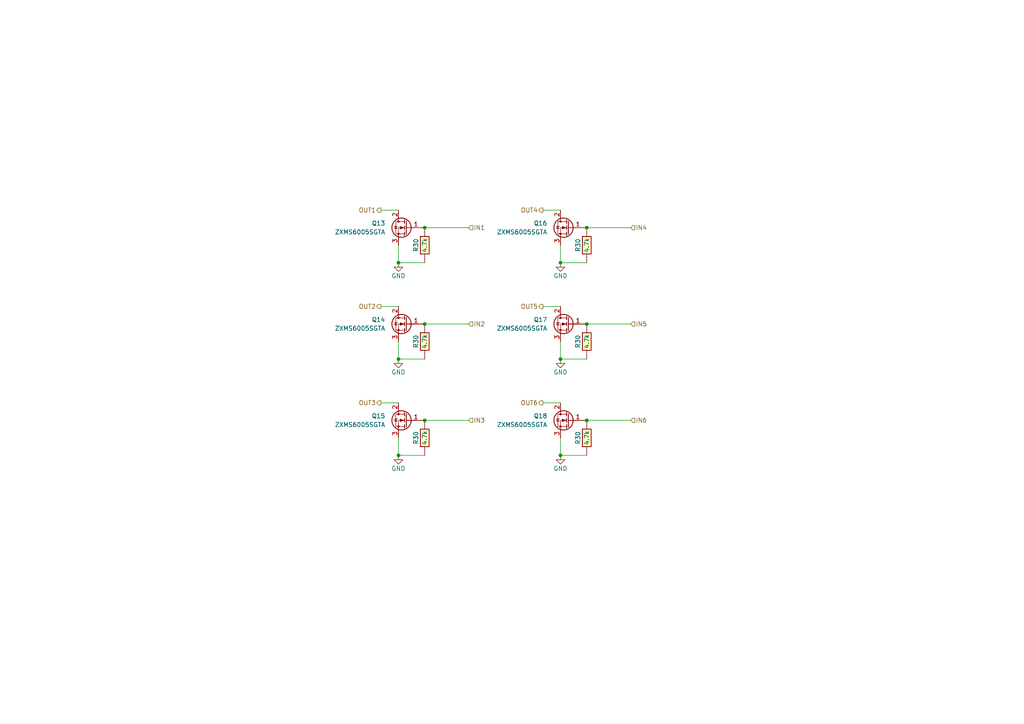
<source format=kicad_sch>
(kicad_sch (version 20230121) (generator eeschema)
  (paper "A4")
  (title_block (title "UAEFI Injector") (date "2023-11-01") (rev "B") (company "rusefi.com"))
  (lib_symbols
    (symbol "Transistor_FET:BSP129" (pin_names hide)
      (property "Reference" "Q" (at 5.08 1.905 0))
      (property "Value" "BSP129" (at 5.08 0 0))
      (symbol "BSP129_0_1"
        (polyline (pts (xy 0.254 0) (xy -2.54 0)))
        (polyline (pts (xy 0.254 1.905) (xy 0.254 -1.905)) (stroke (width 0.254)))
        (polyline (pts (xy 0.762 -1.27) (xy 0.762 -2.286)) (stroke (width 0.254)))
        (polyline (pts (xy 0.762 0.508) (xy 0.762 -0.508)) (stroke (width 0.254)))
        (polyline (pts (xy 0.762 2.286) (xy 0.762 1.27)) (stroke (width 0.254)))
        (polyline (pts (xy 2.54 2.54) (xy 2.54 1.778)))
        (polyline (pts (xy 2.54 -2.54) (xy 2.54 0) (xy 0.762 0)))
        (polyline (pts (xy 0.762 -1.778) (xy 3.302 -1.778) (xy 3.302 1.778) (xy 0.762 1.778)))
        (polyline (pts (xy 1.016 0) (xy 2.032 0.381) (xy 2.032 -0.381) (xy 1.016 0)) (fill (type outline)))
        (polyline (pts (xy 2.794 0.508) (xy 2.921 0.381) (xy 3.683 0.381) (xy 3.81 0.254)))
        (polyline (pts (xy 3.302 0.381) (xy 2.921 -0.254) (xy 3.683 -0.254) (xy 3.302 0.381)))
        (circle (center 1.651 0) (radius 2.794) (stroke (width 0.254)))
        (circle (center 2.54 -1.778) (radius 0.254) (fill (type outline)))
        (circle (center 2.54 1.778) (radius 0.254) (fill (type outline)))
      )
      (symbol "BSP129_1_1"
        (pin input line (at -5.08 0 0) (length 5.08) (name "G") (number "1"))
        (pin passive line (at 2.54 5.08 270) (length 2.54) (name "D") (number "2"))
        (pin passive line (at 2.54 -5.08 90) (length 2.54) (name "S") (number "3"))
      )
    )
    (symbol "hellen-one-common:Res" (pin_numbers hide)
      (property "Reference" "R" (at 3.81 2.54 0))
      (property "Value" "Res" (at 5.08 -2.54 0))
      (symbol "Res_1_0"
        (rectangle (start 2.54 -1.27) (end 7.62 1.27) (stroke (width 0.254)) (fill (type background)))
        (pin passive line (at 0 0 0) (length 2.54) (name "") (number "1"))
        (pin passive line (at 10.16 0 180) (length 2.54) (name "") (number "2"))
      )
    )
    (symbol "power:GND" (power) (pin_names (offset 0))
      (property "Value" "GND" (at 0 -3.81 0))
      (symbol "GND_0_1"
        (polyline (pts (xy 0 0) (xy 0 -1.27) (xy 1.27 -1.27) (xy 0 -2.54) (xy -1.27 -1.27) (xy 0 -1.27)))
      )
      (symbol "GND_1_1"
        (pin power_in line (at 0 0 270) (length 0) hide (name "GND") (number "1"))
      )
    )
  )
  (junction (at 123.19 121.92))
  (junction (at 115.57 76.2))
  (junction (at 162.56 76.2))
  (junction (at 123.19 93.98))
  (junction (at 115.57 132.08))
  (junction (at 123.19 66.04))
  (junction (at 170.18 66.04))
  (junction (at 115.57 104.14))
  (junction (at 170.18 121.92))
  (junction (at 162.56 132.08))
  (junction (at 162.56 104.14))
  (junction (at 170.18 93.98))
  (wire (pts (xy 115.57 132.08) (xy 123.19 132.08)))
  (wire (pts (xy 115.57 104.14) (xy 123.19 104.14)))
  (wire (pts (xy 110.49 116.84) (xy 115.57 116.84)))
  (wire (pts (xy 115.57 76.2) (xy 123.19 76.2)))
  (wire (pts (xy 123.19 66.04) (xy 135.89 66.04)))
  (wire (pts (xy 162.56 71.12) (xy 162.56 76.2)))
  (wire (pts (xy 115.57 71.12) (xy 115.57 76.2)))
  (wire (pts (xy 162.56 127) (xy 162.56 132.08)))
  (wire (pts (xy 115.57 99.06) (xy 115.57 104.14)))
  (wire (pts (xy 162.56 99.06) (xy 162.56 104.14)))
  (wire (pts (xy 123.19 93.98) (xy 135.89 93.98)))
  (wire (pts (xy 110.49 60.96) (xy 115.57 60.96)))
  (wire (pts (xy 162.56 132.08) (xy 170.18 132.08)))
  (wire (pts (xy 115.57 127) (xy 115.57 132.08)))
  (wire (pts (xy 170.18 66.04) (xy 182.88 66.04)))
  (wire (pts (xy 170.18 93.98) (xy 182.88 93.98)))
  (wire (pts (xy 123.19 121.92) (xy 135.89 121.92)))
  (wire (pts (xy 162.56 104.14) (xy 170.18 104.14)))
  (wire (pts (xy 162.56 76.2) (xy 170.18 76.2)))
  (wire (pts (xy 157.48 116.84) (xy 162.56 116.84)))
  (wire (pts (xy 157.48 60.96) (xy 162.56 60.96)))
  (wire (pts (xy 110.49 88.9) (xy 115.57 88.9)))
  (wire (pts (xy 170.18 121.92) (xy 182.88 121.92)))
  (wire (pts (xy 157.48 88.9) (xy 162.56 88.9)))
  (hierarchical_label "IN3" (shape input) (at 135.89 121.92 0))
  (hierarchical_label "OUT3" (shape output) (at 110.49 116.84 180))
  (hierarchical_label "OUT1" (shape output) (at 110.49 60.96 180))
  (hierarchical_label "IN1" (shape input) (at 135.89 66.04 0))
  (hierarchical_label "IN4" (shape input) (at 182.88 66.04 0))
  (hierarchical_label "OUT6" (shape output) (at 157.48 116.84 180))
  (hierarchical_label "IN6" (shape input) (at 182.88 121.92 0))
  (hierarchical_label "IN2" (shape input) (at 135.89 93.98 0))
  (hierarchical_label "OUT2" (shape output) (at 110.49 88.9 180))
  (hierarchical_label "OUT4" (shape output) (at 157.48 60.96 180))
  (hierarchical_label "IN5" (shape input) (at 182.88 93.98 0))
  (hierarchical_label "OUT5" (shape output) (at 157.48 88.9 180))
  (symbol (lib_id "Transistor_FET:BSP129") (at 118.11 66.04 0) (mirror y) (unit 1)
    (property "Reference" "Q13" (at 111.76 64.77 0) (effects (justify left)))
    (property "Value" "ZXMS6005SGTA" (at 111.76 67.31 0) (effects (justify left)))
    (property "Footprint" "Package_TO_SOT_SMD:SOT-223" (effects hide))
    (property "Datasheet" "https://www.diodes.com/assets/Datasheets/ds32249.pdf" (effects hide))
    (property "LCSC" "C174042" (effects hide))
    (instances (project "uaefi" (path "" (reference "Q13") (unit 1)) (path "" (reference "Q12") (unit 1))))
  )
  (symbol (lib_id "Transistor_FET:BSP129") (at 165.1 66.04 0) (mirror y) (unit 1)
    (property "Reference" "Q16" (at 158.75 64.77 0) (effects (justify left)))
    (property "Value" "ZXMS6005SGTA" (at 158.75 67.31 0) (effects (justify left)))
    (property "Footprint" "Package_TO_SOT_SMD:SOT-223" (effects hide))
    (property "Datasheet" "https://www.diodes.com/assets/Datasheets/ds32249.pdf" (effects hide))
    (property "LCSC" "C174042" (effects hide))
  )
  (symbol (lib_id "power:GND") (at 115.57 104.14 0) (unit 1)
    (property "Reference" "#PWR?" (effects hide))
    (property "Value" "GND" (at 115.57 107.95 0))
    (instances (project "hellen-hyundai-pb-154" (path "" (reference "#PWR?") (unit 1)) (path "" (reference "#PWR?") (unit 1))) (project "DUMB_COILS4" (path "" (reference "#PWR?") (unit 1))) (project "uaefi" (path "" (reference "#PWR018") (unit 1)) (path "" (reference "#PWR02") (unit 1)) (path "" (reference "#PWR0112") (unit 1)) (path "" (reference "#PWR018") (unit 1))) (project "ign_quad" (path "" (reference "#PWR?") (unit 1))))
  )
  (symbol (lib_id "power:GND") (at 162.56 76.2 0) (unit 1)
    (property "Reference" "#PWR?" (effects hide))
    (property "Value" "GND" (at 162.56 80.01 0))
    (instances (project "hellen-hyundai-pb-154" (path "" (reference "#PWR?") (unit 1)) (path "" (reference "#PWR?") (unit 1))) (project "DUMB_COILS4" (path "" (reference "#PWR?") (unit 1))) (project "uaefi" (path "" (reference "#PWR018") (unit 1)) (path "" (reference "#PWR02") (unit 1)) (path "" (reference "#PWR0114") (unit 1)) (path "" (reference "#PWR020") (unit 1))) (project "ign_quad" (path "" (reference "#PWR?") (unit 1))))
  )
  (symbol (lib_id "Transistor_FET:BSP129") (at 118.11 121.92 0) (mirror y) (unit 1)
    (property "Reference" "Q15" (at 111.76 120.65 0) (effects (justify left)))
    (property "Value" "ZXMS6005SGTA" (at 111.76 123.19 0) (effects (justify left)))
    (property "Footprint" "Package_TO_SOT_SMD:SOT-223" (effects hide))
    (property "Datasheet" "https://www.diodes.com/assets/Datasheets/ds32249.pdf" (effects hide))
    (property "LCSC" "C174042" (effects hide))
  )
  (symbol (lib_id "hellen-one-common:Res") (at 123.19 132.08 90) (unit 1)
    (property "Reference" "R30" (at 120.65 127 0))
    (property "Value" "4.7k" (at 123.19 127 0))
    (property "Footprint" "hellen-one-common:R0603" (effects hide))
    (property "LCSC" "C23162" (effects hide))
    (instances (project "alphax_8ch" (path "" (reference "R30") (unit 1)) (path "" (reference "R67") (unit 1))) (project "uaefi" (path "" (reference "R53") (unit 1)) (path "" (reference "R31") (unit 1)) (path "" (reference "R38") (unit 1))))
  )
  (symbol (lib_id "power:GND") (at 115.57 76.2 0) (unit 1)
    (property "Reference" "#PWR?" (effects hide))
    (property "Value" "GND" (at 115.57 80.01 0))
    (instances (project "hellen-hyundai-pb-154" (path "" (reference "#PWR?") (unit 1)) (path "" (reference "#PWR?") (unit 1))) (project "DUMB_COILS4" (path "" (reference "#PWR?") (unit 1))) (project "uaefi" (path "" (reference "#PWR018") (unit 1)) (path "" (reference "#PWR02") (unit 1)) (path "" (reference "#PWR0111") (unit 1)) (path "" (reference "#PWR017") (unit 1))) (project "ign_quad" (path "" (reference "#PWR?") (unit 1))))
  )
  (symbol (lib_id "Transistor_FET:BSP129") (at 118.11 93.98 0) (mirror y) (unit 1)
    (property "Reference" "Q14" (at 111.76 92.71 0) (effects (justify left)))
    (property "Value" "ZXMS6005SGTA" (at 111.76 95.25 0) (effects (justify left)))
    (property "Footprint" "Package_TO_SOT_SMD:SOT-223" (effects hide))
    (property "Datasheet" "https://www.diodes.com/assets/Datasheets/ds32249.pdf" (effects hide))
    (property "LCSC" "C174042" (effects hide))
  )
  (symbol (lib_id "power:GND") (at 162.56 104.14 0) (unit 1)
    (property "Reference" "#PWR?" (effects hide))
    (property "Value" "GND" (at 162.56 107.95 0))
    (instances (project "hellen-hyundai-pb-154" (path "" (reference "#PWR?") (unit 1)) (path "" (reference "#PWR?") (unit 1))) (project "DUMB_COILS4" (path "" (reference "#PWR?") (unit 1))) (project "uaefi" (path "" (reference "#PWR018") (unit 1)) (path "" (reference "#PWR02") (unit 1)) (path "" (reference "#PWR0115") (unit 1)) (path "" (reference "#PWR021") (unit 1))) (project "ign_quad" (path "" (reference "#PWR?") (unit 1))))
  )
  (symbol (lib_id "power:GND") (at 115.57 132.08 0) (unit 1)
    (property "Reference" "#PWR?" (effects hide))
    (property "Value" "GND" (at 115.57 135.89 0))
    (instances (project "hellen-hyundai-pb-154" (path "" (reference "#PWR?") (unit 1)) (path "" (reference "#PWR?") (unit 1))) (project "DUMB_COILS4" (path "" (reference "#PWR?") (unit 1))) (project "uaefi" (path "" (reference "#PWR018") (unit 1)) (path "" (reference "#PWR02") (unit 1)) (path "" (reference "#PWR0113") (unit 1)) (path "" (reference "#PWR019") (unit 1))) (project "ign_quad" (path "" (reference "#PWR?") (unit 1))))
  )
  (symbol (lib_id "Transistor_FET:BSP129") (at 165.1 121.92 0) (mirror y) (unit 1)
    (property "Reference" "Q18" (at 158.75 120.65 0) (effects (justify left)))
    (property "Value" "ZXMS6005SGTA" (at 158.75 123.19 0) (effects (justify left)))
    (property "Footprint" "Package_TO_SOT_SMD:SOT-223" (effects hide))
    (property "Datasheet" "https://www.diodes.com/assets/Datasheets/ds32249.pdf" (effects hide))
    (property "LCSC" "C174042" (effects hide))
  )
  (symbol (lib_id "hellen-one-common:Res") (at 170.18 132.08 90) (unit 1)
    (property "Reference" "R30" (at 167.64 127 0))
    (property "Value" "4.7k" (at 170.18 127 0))
    (property "Footprint" "hellen-one-common:R0603" (effects hide))
    (property "LCSC" "C23162" (effects hide))
    (instances (project "alphax_8ch" (path "" (reference "R30") (unit 1)) (path "" (reference "R67") (unit 1))) (project "uaefi" (path "" (reference "R53") (unit 1)) (path "" (reference "R34") (unit 1)) (path "" (reference "R41") (unit 1))))
  )
  (symbol (lib_id "Transistor_FET:BSP129") (at 165.1 93.98 0) (mirror y) (unit 1)
    (property "Reference" "Q17" (at 158.75 92.71 0) (effects (justify left)))
    (property "Value" "ZXMS6005SGTA" (at 158.75 95.25 0) (effects (justify left)))
    (property "Footprint" "Package_TO_SOT_SMD:SOT-223" (effects hide))
    (property "Datasheet" "https://www.diodes.com/assets/Datasheets/ds32249.pdf" (effects hide))
    (property "LCSC" "C174042" (effects hide))
  )
  (symbol (lib_id "power:GND") (at 162.56 132.08 0) (unit 1)
    (property "Reference" "#PWR?" (effects hide))
    (property "Value" "GND" (at 162.56 135.89 0))
    (instances (project "hellen-hyundai-pb-154" (path "" (reference "#PWR?") (unit 1)) (path "" (reference "#PWR?") (unit 1))) (project "DUMB_COILS4" (path "" (reference "#PWR?") (unit 1))) (project "uaefi" (path "" (reference "#PWR018") (unit 1)) (path "" (reference "#PWR02") (unit 1)) (path "" (reference "#PWR0116") (unit 1)) (path "" (reference "#PWR024") (unit 1))) (project "ign_quad" (path "" (reference "#PWR?") (unit 1))))
  )
  (symbol (lib_id "hellen-one-common:Res") (at 123.19 104.14 90) (unit 1)
    (property "Reference" "R30" (at 120.65 99.06 0))
    (property "Value" "4.7k" (at 123.19 99.06 0))
    (property "Footprint" "hellen-one-common:R0603" (effects hide))
    (property "LCSC" "C23162" (effects hide))
    (instances (project "alphax_8ch" (path "" (reference "R30") (unit 1)) (path "" (reference "R67") (unit 1))) (project "uaefi" (path "" (reference "R53") (unit 1)) (path "" (reference "R30") (unit 1)) (path "" (reference "R37") (unit 1))))
  )
  (symbol (lib_id "hellen-one-common:Res") (at 170.18 104.14 90) (unit 1)
    (property "Reference" "R30" (at 167.64 99.06 0))
    (property "Value" "4.7k" (at 170.18 99.06 0))
    (property "Footprint" "hellen-one-common:R0603" (effects hide))
    (property "LCSC" "C23162" (effects hide))
    (instances (project "alphax_8ch" (path "" (reference "R30") (unit 1)) (path "" (reference "R67") (unit 1))) (project "uaefi" (path "" (reference "R53") (unit 1)) (path "" (reference "R33") (unit 1)) (path "" (reference "R40") (unit 1))))
  )
  (symbol (lib_id "hellen-one-common:Res") (at 170.18 76.2 90) (unit 1)
    (property "Reference" "R30" (at 167.64 71.12 0))
    (property "Value" "4.7k" (at 170.18 71.12 0))
    (property "Footprint" "hellen-one-common:R0603" (effects hide))
    (property "LCSC" "C23162" (effects hide))
    (instances (project "alphax_8ch" (path "" (reference "R30") (unit 1)) (path "" (reference "R67") (unit 1))) (project "uaefi" (path "" (reference "R53") (unit 1)) (path "" (reference "R32") (unit 1)) (path "" (reference "R39") (unit 1))))
  )
  (symbol (lib_id "hellen-one-common:Res") (at 123.19 76.2 90) (unit 1)
    (property "Reference" "R30" (at 120.65 71.12 0))
    (property "Value" "4.7k" (at 123.19 71.12 0))
    (property "Footprint" "hellen-one-common:R0603" (effects hide))
    (property "LCSC" "C23162" (effects hide))
    (instances (project "alphax_8ch" (path "" (reference "R30") (unit 1)) (path "" (reference "R67") (unit 1))) (project "uaefi" (path "" (reference "R53") (unit 1)) (path "" (reference "R29") (unit 1)) (path "" (reference "R36") (unit 1))))
  )
)
</source>
